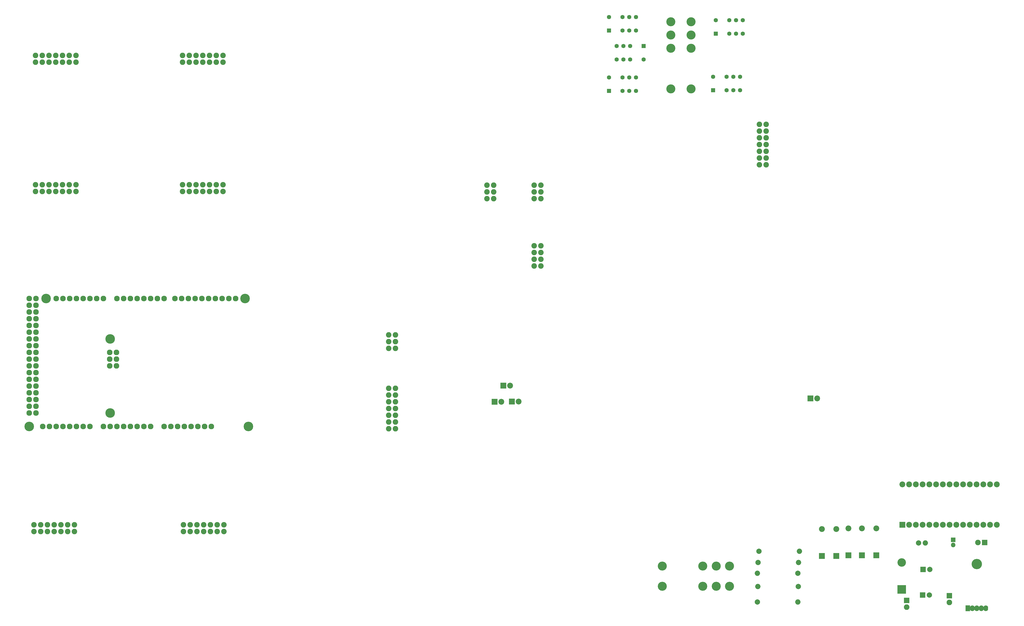
<source format=gbr>
G04 #@! TF.FileFunction,Soldermask,Bot*
%FSLAX46Y46*%
G04 Gerber Fmt 4.6, Leading zero omitted, Abs format (unit mm)*
G04 Created by KiCad (PCBNEW 4.0.6) date 02/21/20 15:01:47*
%MOMM*%
%LPD*%
G01*
G04 APERTURE LIST*
%ADD10C,0.100000*%
%ADD11O,2.127200X2.127200*%
%ADD12C,3.600000*%
%ADD13C,2.082800*%
%ADD14R,2.000000X2.000000*%
%ADD15C,2.000000*%
%ADD16R,2.200000X2.200000*%
%ADD17C,2.200000*%
%ADD18O,2.200000X2.200000*%
%ADD19R,3.200000X3.200000*%
%ADD20O,3.200000X3.200000*%
%ADD21R,1.600000X1.600000*%
%ADD22C,1.600000*%
%ADD23R,2.100000X2.100000*%
%ADD24O,2.100000X2.100000*%
%ADD25R,1.750000X1.750000*%
%ADD26O,1.750000X1.750000*%
%ADD27C,3.400000*%
%ADD28O,3.900000X3.900000*%
%ADD29R,1.750000X2.200000*%
%ADD30O,1.750000X2.200000*%
%ADD31O,2.000000X2.000000*%
G04 APERTURE END LIST*
D10*
D11*
X163932000Y-219456000D03*
X161392000Y-219456000D03*
X161392000Y-216916000D03*
X163932000Y-216916000D03*
X161392000Y-214376000D03*
X176759000Y-242316000D03*
X181839000Y-242316000D03*
X184379000Y-242316000D03*
X186919000Y-242316000D03*
X189459000Y-242316000D03*
X191999000Y-242316000D03*
X194539000Y-242316000D03*
X197079000Y-242316000D03*
X141199000Y-194056000D03*
X143739000Y-194056000D03*
X146279000Y-194056000D03*
X148819000Y-194056000D03*
X151359000Y-194056000D03*
X153899000Y-194056000D03*
X156439000Y-194056000D03*
X158979000Y-194056000D03*
X164059000Y-194056000D03*
X166599000Y-194056000D03*
X169139000Y-194056000D03*
X171679000Y-194056000D03*
X174219000Y-194056000D03*
X176759000Y-194056000D03*
X179299000Y-194056000D03*
X181839000Y-194056000D03*
X201143000Y-194056000D03*
X185903000Y-194056000D03*
X188443000Y-194056000D03*
X190983000Y-194056000D03*
D12*
X161519000Y-237236000D03*
X161519000Y-209296000D03*
X137389000Y-194056000D03*
X212319000Y-194056000D03*
X131039000Y-242316000D03*
X213589000Y-242316000D03*
D11*
X208763000Y-194056000D03*
X206223000Y-194056000D03*
X203683000Y-194056000D03*
X198603000Y-194056000D03*
X196063000Y-194056000D03*
X193523000Y-194056000D03*
X199619000Y-242316000D03*
X174219000Y-242316000D03*
X171679000Y-242316000D03*
X169139000Y-242316000D03*
X166599000Y-242316000D03*
X164059000Y-242316000D03*
X161519000Y-242316000D03*
X158979000Y-242316000D03*
X153899000Y-242316000D03*
X151359000Y-242316000D03*
X148819000Y-242316000D03*
X146279000Y-242316000D03*
X143739000Y-242316000D03*
X141199000Y-242316000D03*
X138659000Y-242316000D03*
X136119000Y-242316000D03*
X133579000Y-194056000D03*
X131039000Y-194056000D03*
X133579000Y-196596000D03*
X131039000Y-196596000D03*
X133579000Y-199136000D03*
X131039000Y-199136000D03*
X133579000Y-201676000D03*
X131039000Y-201676000D03*
X133579000Y-204216000D03*
X131039000Y-204216000D03*
X133579000Y-206756000D03*
X131039000Y-206756000D03*
X133579000Y-209296000D03*
X131039000Y-209296000D03*
X133579000Y-211836000D03*
X131039000Y-211836000D03*
X133579000Y-214376000D03*
X131039000Y-214376000D03*
X133579000Y-216916000D03*
X131039000Y-216916000D03*
X133579000Y-219456000D03*
X131039000Y-219456000D03*
X133579000Y-221996000D03*
X131039000Y-221996000D03*
X133579000Y-224536000D03*
X131039000Y-224536000D03*
X133579000Y-227076000D03*
X131039000Y-227076000D03*
X133579000Y-229616000D03*
X131039000Y-229616000D03*
X133579000Y-232156000D03*
X131039000Y-232156000D03*
X133579000Y-234696000D03*
X131039000Y-234696000D03*
X133579000Y-237236000D03*
X131039000Y-237236000D03*
X163932000Y-214376000D03*
D13*
X133400000Y-102400000D03*
X133400000Y-104940000D03*
X135940000Y-102400000D03*
X135940000Y-104940000D03*
X138480000Y-102400000D03*
X138480000Y-104940000D03*
X141020000Y-102400000D03*
X141020000Y-104940000D03*
X143560000Y-102400000D03*
X143560000Y-104940000D03*
X146100000Y-102400000D03*
X146100000Y-104940000D03*
X148640000Y-102400000D03*
X148640000Y-104940000D03*
X188800000Y-102400000D03*
X188800000Y-104940000D03*
X191340000Y-102400000D03*
X191340000Y-104940000D03*
X193880000Y-102400000D03*
X193880000Y-104940000D03*
X196420000Y-102400000D03*
X196420000Y-104940000D03*
X198960000Y-102400000D03*
X198960000Y-104940000D03*
X201500000Y-102400000D03*
X201500000Y-104940000D03*
X204040000Y-102400000D03*
X204040000Y-104940000D03*
X188800000Y-151200000D03*
X188800000Y-153740000D03*
X191340000Y-151200000D03*
X191340000Y-153740000D03*
X193880000Y-151200000D03*
X193880000Y-153740000D03*
X196420000Y-151200000D03*
X196420000Y-153740000D03*
X198960000Y-151200000D03*
X198960000Y-153740000D03*
X201500000Y-151200000D03*
X201500000Y-153740000D03*
X204040000Y-151200000D03*
X204040000Y-153740000D03*
X133400000Y-151200000D03*
X133400000Y-153740000D03*
X135940000Y-151200000D03*
X135940000Y-153740000D03*
X138480000Y-151200000D03*
X138480000Y-153740000D03*
X141020000Y-151200000D03*
X141020000Y-153740000D03*
X143560000Y-151200000D03*
X143560000Y-153740000D03*
X146100000Y-151200000D03*
X146100000Y-153740000D03*
X148640000Y-151200000D03*
X148640000Y-153740000D03*
X148100000Y-282000000D03*
X148100000Y-279460000D03*
X145560000Y-282000000D03*
X145560000Y-279460000D03*
X143020000Y-282000000D03*
X143020000Y-279460000D03*
X140480000Y-282000000D03*
X140480000Y-279460000D03*
X137940000Y-282000000D03*
X137940000Y-279460000D03*
X135400000Y-282000000D03*
X135400000Y-279460000D03*
X132860000Y-282000000D03*
X132860000Y-279460000D03*
X204343000Y-282000000D03*
X204343000Y-279460000D03*
X201803000Y-282000000D03*
X201803000Y-279460000D03*
X199263000Y-282000000D03*
X199263000Y-279460000D03*
X196723000Y-282000000D03*
X196723000Y-279460000D03*
X194183000Y-282000000D03*
X194183000Y-279460000D03*
X191643000Y-282000000D03*
X191643000Y-279460000D03*
X189103000Y-282000000D03*
X189103000Y-279460000D03*
X269000000Y-243200000D03*
X266460000Y-243200000D03*
X269000000Y-240660000D03*
X266460000Y-240660000D03*
X269000000Y-238120000D03*
X266460000Y-238120000D03*
X269000000Y-235580000D03*
X266460000Y-235580000D03*
X269000000Y-233040000D03*
X266460000Y-233040000D03*
X269000000Y-230500000D03*
X266460000Y-230500000D03*
X269000000Y-227960000D03*
X266460000Y-227960000D03*
X408600000Y-143600000D03*
X406060000Y-143600000D03*
X408600000Y-141060000D03*
X406060000Y-141060000D03*
X408600000Y-138520000D03*
X406060000Y-138520000D03*
X408600000Y-135980000D03*
X406060000Y-135980000D03*
X408600000Y-133440000D03*
X406060000Y-133440000D03*
X408600000Y-130900000D03*
X406060000Y-130900000D03*
X408600000Y-128360000D03*
X406060000Y-128360000D03*
X323800000Y-156400000D03*
X321260000Y-156400000D03*
X323800000Y-153860000D03*
X321260000Y-153860000D03*
X323800000Y-151320000D03*
X321260000Y-151320000D03*
X306000000Y-156400000D03*
X303460000Y-156400000D03*
X306000000Y-153860000D03*
X303460000Y-153860000D03*
X306000000Y-151320000D03*
X303460000Y-151320000D03*
X323800000Y-181800000D03*
X321260000Y-181800000D03*
X323800000Y-179260000D03*
X321260000Y-179260000D03*
X323800000Y-176720000D03*
X321260000Y-176720000D03*
X323800000Y-174180000D03*
X321260000Y-174180000D03*
D14*
X467538000Y-305918000D03*
D15*
X470038000Y-305918000D03*
D14*
X467716000Y-296316000D03*
D15*
X470216000Y-296316000D03*
D16*
X312852000Y-232995000D03*
D17*
X315392000Y-232995000D03*
D16*
X429616000Y-291236000D03*
D18*
X429616000Y-281076000D03*
D16*
X434975000Y-291186000D03*
D18*
X434975000Y-281026000D03*
D16*
X450113000Y-290957000D03*
D18*
X450113000Y-280797000D03*
D16*
X444627000Y-290957000D03*
D18*
X444627000Y-280797000D03*
D16*
X425298000Y-231800000D03*
D17*
X427838000Y-231800000D03*
D19*
X459613000Y-303809000D03*
D20*
X459613000Y-293649000D03*
D16*
X439598000Y-290957000D03*
D18*
X439598000Y-280797000D03*
D16*
X309601000Y-226924000D03*
D17*
X312141000Y-226924000D03*
D16*
X306350000Y-233071000D03*
D17*
X308890000Y-233071000D03*
D21*
X388622000Y-115519000D03*
D22*
X388622000Y-110439000D03*
X393702000Y-115519000D03*
X398782000Y-110439000D03*
X396242000Y-115519000D03*
X398782000Y-115519000D03*
X393702000Y-110439000D03*
X396242000Y-110439000D03*
D21*
X349455000Y-115748000D03*
D22*
X349455000Y-110668000D03*
X354535000Y-115748000D03*
X359615000Y-110668000D03*
X357075000Y-115748000D03*
X359615000Y-115748000D03*
X354535000Y-110668000D03*
X357075000Y-110668000D03*
D21*
X362431000Y-98882000D03*
D22*
X362431000Y-103962000D03*
X357351000Y-98882000D03*
X352271000Y-103962000D03*
X354811000Y-98882000D03*
X352271000Y-98882000D03*
X357351000Y-103962000D03*
X354811000Y-103962000D03*
D21*
X349404000Y-92964000D03*
D22*
X349404000Y-87884000D03*
X354484000Y-92964000D03*
X359564000Y-87884000D03*
X357024000Y-92964000D03*
X359564000Y-92964000D03*
X354484000Y-87884000D03*
X357024000Y-87884000D03*
D21*
X389638000Y-94183200D03*
D22*
X389638000Y-89103200D03*
X394718000Y-94183200D03*
X399798000Y-89103200D03*
X397258000Y-94183200D03*
X399798000Y-94183200D03*
X394718000Y-89103200D03*
X397258000Y-89103200D03*
D23*
X477596000Y-306172000D03*
D24*
X477596000Y-308712000D03*
D16*
X459892000Y-279476000D03*
D17*
X462432000Y-279476000D03*
X464972000Y-279476000D03*
X467512000Y-279476000D03*
X470052000Y-279476000D03*
X472592000Y-279476000D03*
X475132000Y-279476000D03*
X477672000Y-279476000D03*
X480212000Y-279476000D03*
X482752000Y-279476000D03*
X485292000Y-279476000D03*
X487832000Y-279476000D03*
X490372000Y-279476000D03*
X492912000Y-279476000D03*
X495452000Y-279476000D03*
X495452000Y-264236000D03*
X492912000Y-264236000D03*
X490372000Y-264236000D03*
X487832000Y-264236000D03*
X485292000Y-264236000D03*
X482752000Y-264236000D03*
X480212000Y-264236000D03*
X477672000Y-264236000D03*
X475132000Y-264236000D03*
X472592000Y-264236000D03*
X470052000Y-264236000D03*
X467512000Y-264236000D03*
X464972000Y-264236000D03*
X462432000Y-264236000D03*
X459892000Y-264236000D03*
D25*
X479069000Y-285090000D03*
D26*
X479069000Y-287090000D03*
D27*
X372720000Y-115011000D03*
X380340000Y-115011000D03*
X372720000Y-94691000D03*
X380340000Y-89691000D03*
X380340000Y-99691000D03*
X372720000Y-99691000D03*
X380340000Y-94691000D03*
X372720000Y-89691000D03*
D28*
X487956000Y-294236000D03*
D29*
X484556000Y-310896000D03*
D30*
X486256000Y-310896000D03*
X487956000Y-310896000D03*
X489656000Y-310896000D03*
X491356000Y-310896000D03*
D23*
X490880000Y-286131000D03*
D24*
X488340000Y-286131000D03*
D15*
X465988000Y-286334000D03*
D31*
X468528000Y-286334000D03*
D23*
X461518000Y-307950000D03*
D24*
X461518000Y-310490000D03*
D15*
X405308000Y-308559000D03*
D31*
X420548000Y-308559000D03*
D15*
X405587000Y-293649000D03*
D31*
X420827000Y-293649000D03*
D15*
X405867000Y-289458000D03*
D31*
X421107000Y-289458000D03*
D15*
X420675000Y-302692000D03*
D31*
X405435000Y-302692000D03*
D15*
X420548000Y-297739000D03*
D31*
X405308000Y-297739000D03*
D13*
X268986000Y-212877000D03*
X266446000Y-212877000D03*
X268986000Y-210337000D03*
X266446000Y-210337000D03*
X268986000Y-207797000D03*
X266446000Y-207797000D03*
D27*
X369443000Y-295021000D03*
X369443000Y-302641000D03*
X389763000Y-295021000D03*
X394763000Y-302641000D03*
X384763000Y-302641000D03*
X384763000Y-295021000D03*
X389763000Y-302641000D03*
X394763000Y-295021000D03*
M02*

</source>
